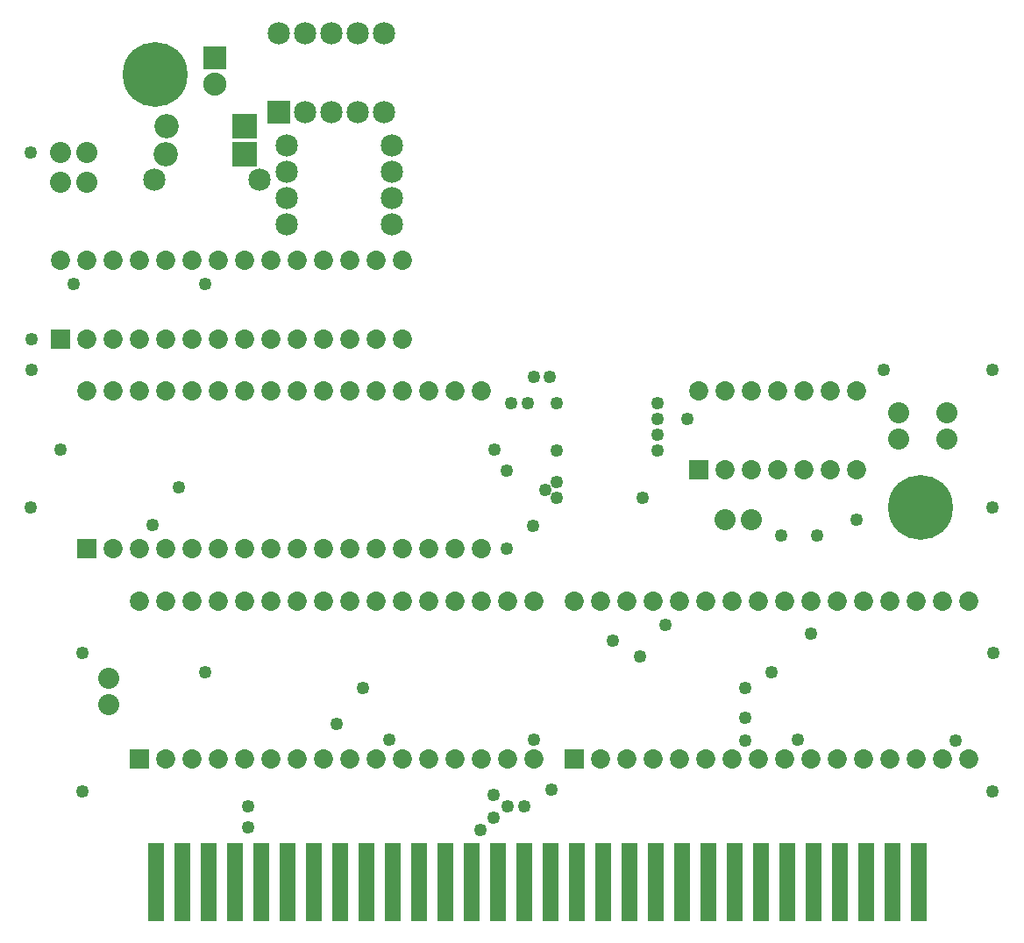
<source format=gbs>
G04 MADE WITH FRITZING*
G04 WWW.FRITZING.ORG*
G04 DOUBLE SIDED*
G04 HOLES PLATED*
G04 CONTOUR ON CENTER OF CONTOUR VECTOR*
%ASAXBY*%
%FSLAX23Y23*%
%MOIN*%
%OFA0B0*%
%SFA1.0B1.0*%
%ADD10C,0.049370*%
%ADD11C,0.085000*%
%ADD12C,0.246220*%
%ADD13C,0.072992*%
%ADD14C,0.080000*%
%ADD15C,0.092000*%
%ADD16C,0.088000*%
%ADD17R,0.061181X0.151823*%
%ADD18R,0.072992X0.072992*%
%ADD19R,0.092000X0.092000*%
%ADD20R,0.088000X0.088000*%
%ADD21R,0.085000X0.085000*%
%LNMASK0*%
G90*
G70*
G54D10*
X2429Y1919D03*
X2047Y1978D03*
X2046Y1679D03*
X2002Y1649D03*
X1937Y1979D03*
X1873Y1979D03*
X609Y1659D03*
X2429Y1799D03*
X2901Y1475D03*
X3037Y1475D03*
X1959Y2079D03*
X2021Y2079D03*
X2542Y1919D03*
X2429Y1978D03*
X2461Y1133D03*
X48Y2221D03*
X47Y2932D03*
X160Y1800D03*
X1807Y487D03*
X1958Y698D03*
X2047Y1619D03*
X2374Y1619D03*
X2429Y1859D03*
X2047Y1799D03*
X710Y2431D03*
X48Y2103D03*
X47Y1582D03*
X244Y1027D03*
X244Y502D03*
G54D11*
X1021Y2957D03*
X1421Y2957D03*
X1021Y2857D03*
X1421Y2857D03*
X1021Y2757D03*
X1421Y2757D03*
X1021Y2657D03*
X1421Y2657D03*
G54D12*
X521Y3229D03*
X3429Y1581D03*
G54D13*
X159Y2222D03*
X159Y2522D03*
X259Y2222D03*
X259Y2522D03*
X359Y2222D03*
X359Y2522D03*
X459Y2222D03*
X459Y2522D03*
X559Y2222D03*
X559Y2522D03*
X659Y2222D03*
X659Y2522D03*
X759Y2222D03*
X759Y2522D03*
X859Y2222D03*
X859Y2522D03*
X959Y2222D03*
X959Y2522D03*
X1059Y2222D03*
X1059Y2522D03*
X1159Y2222D03*
X1159Y2522D03*
X1259Y2222D03*
X1259Y2522D03*
X1359Y2222D03*
X1359Y2522D03*
X1459Y2222D03*
X1459Y2522D03*
X458Y625D03*
X458Y1225D03*
X558Y625D03*
X558Y1225D03*
X658Y625D03*
X658Y1225D03*
X758Y625D03*
X758Y1225D03*
X858Y625D03*
X858Y1225D03*
X958Y625D03*
X958Y1225D03*
X1058Y625D03*
X1058Y1225D03*
X1158Y625D03*
X1158Y1225D03*
X1258Y625D03*
X1258Y1225D03*
X1358Y625D03*
X1358Y1225D03*
X1458Y625D03*
X1458Y1225D03*
X1558Y625D03*
X1558Y1225D03*
X1658Y625D03*
X1658Y1225D03*
X1758Y625D03*
X1758Y1225D03*
X1858Y625D03*
X1858Y1225D03*
X1958Y625D03*
X1958Y1225D03*
X259Y1423D03*
X259Y2023D03*
X359Y1423D03*
X359Y2023D03*
X459Y1423D03*
X459Y2023D03*
X559Y1423D03*
X559Y2023D03*
X659Y1423D03*
X659Y2023D03*
X759Y1423D03*
X759Y2023D03*
X859Y1423D03*
X859Y2023D03*
X959Y1423D03*
X959Y2023D03*
X1059Y1423D03*
X1059Y2023D03*
X1159Y1423D03*
X1159Y2023D03*
X1259Y1423D03*
X1259Y2023D03*
X1359Y1423D03*
X1359Y2023D03*
X1459Y1423D03*
X1459Y2023D03*
X1559Y1423D03*
X1559Y2023D03*
X1659Y1423D03*
X1659Y2023D03*
X1759Y1423D03*
X1759Y2023D03*
X2587Y1724D03*
X2587Y2024D03*
X2687Y1724D03*
X2687Y2024D03*
X2787Y1724D03*
X2787Y2024D03*
X2887Y1724D03*
X2887Y2024D03*
X2987Y1724D03*
X2987Y2024D03*
X3087Y1724D03*
X3087Y2024D03*
X3187Y1724D03*
X3187Y2024D03*
X2112Y624D03*
X2112Y1224D03*
X2212Y624D03*
X2212Y1224D03*
X2312Y624D03*
X2312Y1224D03*
X2412Y624D03*
X2412Y1224D03*
X2512Y624D03*
X2512Y1224D03*
X2612Y624D03*
X2612Y1224D03*
X2712Y624D03*
X2712Y1224D03*
X2812Y624D03*
X2812Y1224D03*
X2912Y624D03*
X2912Y1224D03*
X3012Y624D03*
X3012Y1224D03*
X3112Y624D03*
X3112Y1224D03*
X3212Y624D03*
X3212Y1224D03*
X3312Y624D03*
X3312Y1224D03*
X3412Y624D03*
X3412Y1224D03*
X3512Y624D03*
X3512Y1224D03*
X3612Y624D03*
X3612Y1224D03*
G54D14*
X3347Y1841D03*
X3347Y1941D03*
X3528Y1941D03*
X3528Y1841D03*
X2687Y1535D03*
X2787Y1535D03*
X260Y2930D03*
X160Y2930D03*
X260Y2819D03*
X160Y2819D03*
X342Y831D03*
X342Y931D03*
G54D15*
X859Y2924D03*
X561Y2924D03*
X860Y3031D03*
X562Y3031D03*
G54D11*
X916Y2827D03*
X516Y2827D03*
G54D16*
X745Y3290D03*
X745Y3190D03*
G54D11*
X989Y3084D03*
X989Y3384D03*
X1089Y3084D03*
X1089Y3384D03*
X1189Y3084D03*
X1189Y3384D03*
X1289Y3084D03*
X1289Y3384D03*
X1389Y3084D03*
X1389Y3384D03*
G54D10*
X2963Y697D03*
X3014Y1102D03*
X2763Y696D03*
X2763Y781D03*
X3562Y696D03*
X3704Y501D03*
X3705Y1027D03*
X3704Y1582D03*
X3185Y1534D03*
X3704Y2103D03*
X3289Y2104D03*
X2363Y1013D03*
X2261Y1074D03*
X2762Y895D03*
X2863Y955D03*
X1957Y1512D03*
X1809Y1800D03*
X1924Y445D03*
X1755Y355D03*
X1857Y1722D03*
X1857Y1424D03*
X2025Y508D03*
X1807Y400D03*
X1859Y445D03*
X874Y364D03*
X874Y446D03*
X1409Y698D03*
X1209Y759D03*
X1308Y895D03*
X709Y954D03*
X509Y1513D03*
X209Y2431D03*
G54D17*
X1924Y228D03*
X1824Y86D03*
X1724Y228D03*
X1624Y86D03*
X1524Y228D03*
X1424Y86D03*
X1324Y228D03*
X1224Y86D03*
X1124Y228D03*
X1024Y86D03*
X924Y228D03*
X824Y86D03*
X724Y228D03*
X624Y86D03*
X524Y228D03*
X524Y86D03*
X624Y228D03*
X724Y86D03*
X824Y228D03*
X924Y86D03*
X1024Y228D03*
X1124Y86D03*
X1224Y228D03*
X1324Y86D03*
X1424Y228D03*
X1524Y86D03*
X1624Y228D03*
X1724Y86D03*
X1824Y228D03*
X1924Y86D03*
X2024Y86D03*
X2124Y228D03*
X2224Y86D03*
X2324Y228D03*
X2424Y86D03*
X2524Y228D03*
X2624Y86D03*
X2724Y228D03*
X2824Y86D03*
X2924Y228D03*
X3024Y86D03*
X3124Y228D03*
X3224Y86D03*
X3324Y228D03*
X3424Y86D03*
X3424Y228D03*
X3324Y86D03*
X3224Y228D03*
X3124Y86D03*
X3024Y228D03*
X2924Y86D03*
X2824Y228D03*
X2724Y86D03*
X2624Y228D03*
X2524Y86D03*
X2424Y228D03*
X2324Y86D03*
X2224Y228D03*
X2124Y86D03*
X2024Y228D03*
G54D18*
X159Y2222D03*
X458Y625D03*
X259Y1423D03*
X2587Y1724D03*
X2112Y624D03*
G54D19*
X860Y2924D03*
X861Y3031D03*
G54D20*
X745Y3290D03*
G54D21*
X989Y3084D03*
G04 End of Mask0*
M02*
</source>
